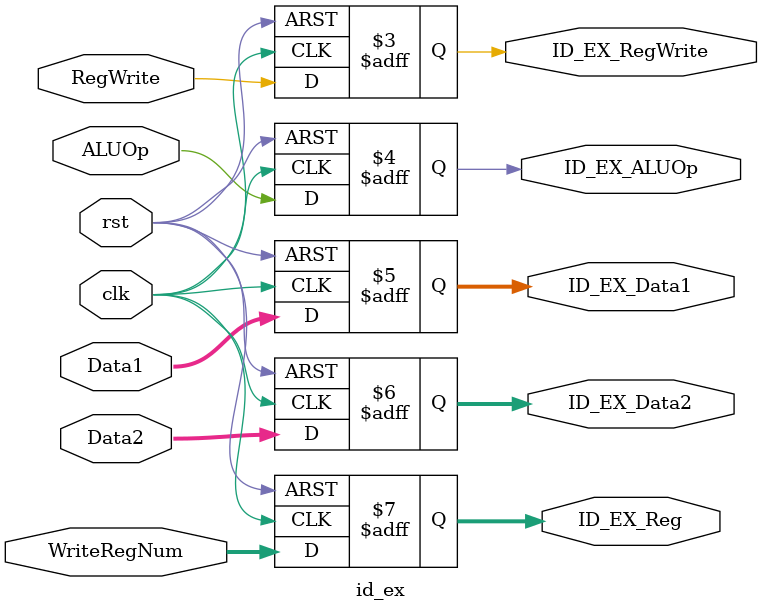
<source format=v>
`timescale 1ns / 1ps
module id_ex(
    input clk,
    input rst,
    input RegWrite,
    input ALUOp,
    input [7:0] Data1,
    input [7:0] Data2,
    input [2:0] WriteRegNum,
    output reg ID_EX_RegWrite,
    output reg ID_EX_ALUOp,
    output reg [7:0] ID_EX_Data1,
    output reg [7:0] ID_EX_Data2,
    output reg [2:0] ID_EX_Reg
    );
    
    always @(posedge clk, negedge rst) 
	 begin
        if (rst == 0) begin
            ID_EX_RegWrite <= 0;
            ID_EX_ALUOp <= 0;
            ID_EX_Data1 <= 0;
            ID_EX_Data2 <= 0;
            ID_EX_Reg <= 0;
        end
        else begin
            ID_EX_RegWrite <= RegWrite;
            ID_EX_ALUOp <= ALUOp;
            ID_EX_Data1 <= Data1;
            ID_EX_Data2 <= Data2;
            ID_EX_Reg <= WriteRegNum;
        end
    end
	 
endmodule

</source>
